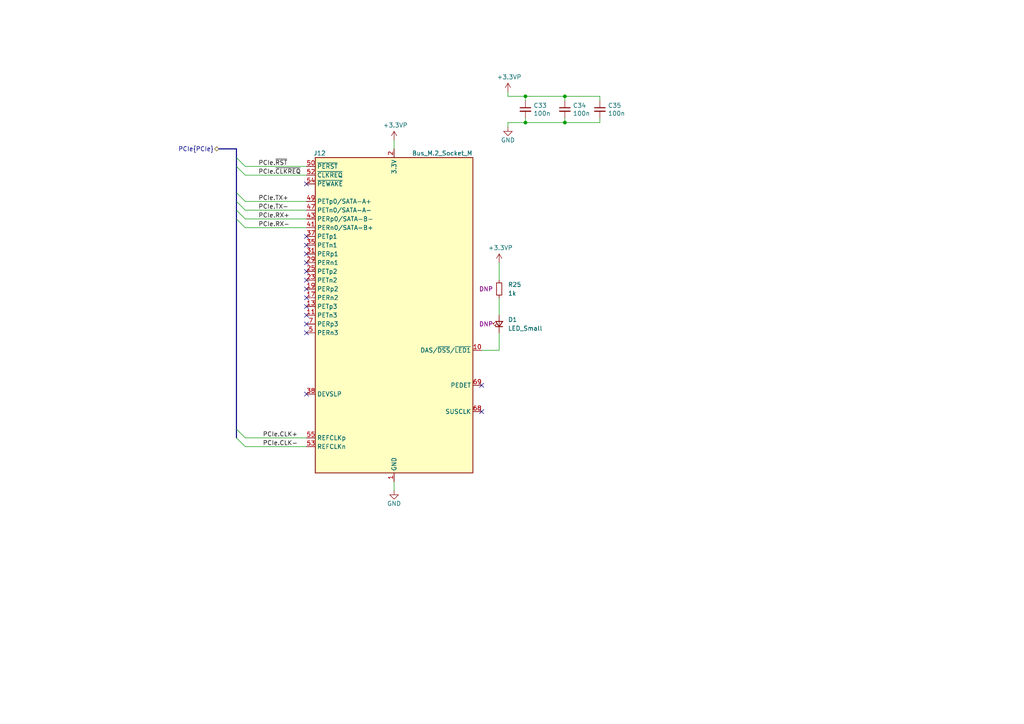
<source format=kicad_sch>
(kicad_sch (version 20211123) (generator eeschema)
  (paper "A4")
  (title_block (title "PCIe slot") (date "2021-08-30") (rev "proto1") (company "Nabu Casa") (comment 1 "www.nabucasa.com") (comment 2 "Yellow"))
  (lib_symbols
    (symbol "Connector:Bus_M.2_Socket_M"
      (property "Reference" "J" (at -22.86 46.99 0))
      (property "Value" "Bus_M.2_Socket_M" (at 16.51 46.99 0))
      (symbol "Bus_M.2_Socket_M_0_1"
        (rectangle (start -22.86 45.72) (end 22.86 -45.72) (stroke (width 0.254)) (fill (type background)))
      )
      (symbol "Bus_M.2_Socket_M_1_1"
        (pin power_in line (at 0 -48.26 90) (length 2.54) (name "GND") (number "1"))
        (pin bidirectional line (at 25.4 -10.16 180) (length 2.54) (name "DAS/~{DSS}/~{LED1}") (number "10"))
        (pin output line (at -25.4 0 0) (length 2.54) (name "PETn3") (number "11"))
        (pin passive line (at 0 48.26 270) (length 2.54) hide (name "3.3V") (number "12"))
        (pin output line (at -25.4 2.54 0) (length 2.54) (name "PETp3") (number "13"))
        (pin passive line (at 0 48.26 270) (length 2.54) hide (name "3.3V") (number "14"))
        (pin passive line (at 0 -48.26 90) (length 2.54) hide (name "GND") (number "15"))
        (pin passive line (at 0 48.26 270) (length 2.54) hide (name "3.3V") (number "16"))
        (pin input line (at -25.4 5.08 0) (length 2.54) (name "PERn2") (number "17"))
        (pin passive line (at 0 48.26 270) (length 2.54) hide (name "3.3V") (number "18"))
        (pin input line (at -25.4 7.62 0) (length 2.54) (name "PERp2") (number "19"))
        (pin power_in line (at 0 48.26 270) (length 2.54) (name "3.3V") (number "2"))
        (pin no_connect line (at 22.86 2.54 180) (length 2.54) hide (name "NC") (number "20"))
        (pin passive line (at 0 -48.26 90) (length 2.54) hide (name "GND") (number "21"))
        (pin no_connect line (at 22.86 5.08 180) (length 2.54) hide (name "NC") (number "22"))
        (pin output line (at -25.4 10.16 0) (length 2.54) (name "PETn2") (number "23"))
        (pin no_connect line (at 22.86 7.62 180) (length 2.54) hide (name "NC") (number "24"))
        (pin output line (at -25.4 12.7 0) (length 2.54) (name "PETp2") (number "25"))
        (pin no_connect line (at 22.86 10.16 180) (length 2.54) hide (name "NC") (number "26"))
        (pin passive line (at 0 -48.26 90) (length 2.54) hide (name "GND") (number "27"))
        (pin no_connect line (at 22.86 12.7 180) (length 2.54) hide (name "NC") (number "28"))
        (pin input line (at -25.4 15.24 0) (length 2.54) (name "PERn1") (number "29"))
        (pin passive line (at 0 -48.26 90) (length 2.54) hide (name "GND") (number "3"))
        (pin no_connect line (at 22.86 15.24 180) (length 2.54) hide (name "NC") (number "30"))
        (pin input line (at -25.4 17.78 0) (length 2.54) (name "PERp1") (number "31"))
        (pin no_connect line (at 22.86 17.78 180) (length 2.54) hide (name "NC") (number "32"))
        (pin passive line (at 0 -48.26 90) (length 2.54) hide (name "GND") (number "33"))
        (pin no_connect line (at 22.86 20.32 180) (length 2.54) hide (name "NC") (number "34"))
        (pin output line (at -25.4 20.32 0) (length 2.54) (name "PETn1") (number "35"))
        (pin no_connect line (at 22.86 22.86 180) (length 2.54) hide (name "NC") (number "36"))
        (pin output line (at -25.4 22.86 0) (length 2.54) (name "PETp1") (number "37"))
        (pin output line (at -25.4 -22.86 0) (length 2.54) (name "DEVSLP") (number "38"))
        (pin passive line (at 0 -48.26 90) (length 2.54) hide (name "GND") (number "39"))
        (pin passive line (at 0 48.26 270) (length 2.54) hide (name "3.3V") (number "4"))
        (pin no_connect line (at 22.86 25.4 180) (length 2.54) hide (name "NC") (number "40"))
        (pin input line (at -25.4 25.4 0) (length 2.54) (name "PERn0/SATA-B+") (number "41"))
        (pin no_connect line (at 22.86 27.94 180) (length 2.54) hide (name "NC") (number "42"))
        (pin input line (at -25.4 27.94 0) (length 2.54) (name "PERp0/SATA-B-") (number "43"))
        (pin no_connect line (at 22.86 30.48 180) (length 2.54) hide (name "NC") (number "44"))
        (pin passive line (at 0 -48.26 90) (length 2.54) hide (name "GND") (number "45"))
        (pin no_connect line (at 22.86 33.02 180) (length 2.54) hide (name "NC") (number "46"))
        (pin output line (at -25.4 30.48 0) (length 2.54) (name "PETn0/SATA-A-") (number "47"))
        (pin no_connect line (at 22.86 35.56 180) (length 2.54) hide (name "NC") (number "48"))
        (pin output line (at -25.4 33.02 0) (length 2.54) (name "PETp0/SATA-A+") (number "49"))
        (pin input line (at -25.4 -5.08 0) (length 2.54) (name "PERn3") (number "5"))
        (pin output line (at -25.4 43.18 0) (length 2.54) (name "~{PERST}") (number "50"))
        (pin passive line (at 0 -48.26 90) (length 2.54) hide (name "GND") (number "51"))
        (pin bidirectional line (at -25.4 40.64 0) (length 2.54) (name "~{CLKREQ}") (number "52"))
        (pin output line (at -25.4 -38.1 0) (length 2.54) (name "REFCLKn") (number "53"))
        (pin bidirectional line (at -25.4 38.1 0) (length 2.54) (name "~{PEWAKE}") (number "54"))
        (pin output line (at -25.4 -35.56 0) (length 2.54) (name "REFCLKp") (number "55"))
        (pin no_connect line (at 22.86 38.1 180) (length 2.54) hide (name "NC") (number "56"))
        (pin passive line (at 0 -48.26 90) (length 2.54) hide (name "GND") (number "57"))
        (pin no_connect line (at 22.86 40.64 180) (length 2.54) hide (name "NC") (number "58"))
        (pin no_connect line (at 22.86 -2.54 180) (length 2.54) hide (name "NC") (number "6"))
        (pin no_connect line (at 22.86 -5.08 180) (length 2.54) hide (name "NC") (number "67"))
        (pin output line (at 25.4 -27.94 180) (length 2.54) (name "SUSCLK") (number "68"))
        (pin passive line (at 25.4 -20.32 180) (length 2.54) (name "PEDET") (number "69"))
        (pin input line (at -25.4 -2.54 0) (length 2.54) (name "PERp3") (number "7"))
        (pin passive line (at 0 48.26 270) (length 2.54) hide (name "3.3V") (number "70"))
        (pin passive line (at 0 -48.26 90) (length 2.54) hide (name "GND") (number "71"))
        (pin passive line (at 0 48.26 270) (length 2.54) hide (name "3.3V") (number "72"))
        (pin passive line (at 0 -48.26 90) (length 2.54) hide (name "GND") (number "73"))
        (pin passive line (at 0 48.26 270) (length 2.54) hide (name "3.3V") (number "74"))
        (pin passive line (at 0 -48.26 90) (length 2.54) hide (name "GND") (number "75"))
        (pin no_connect line (at 22.86 0 180) (length 2.54) hide (name "NC") (number "8"))
        (pin passive line (at 0 -48.26 90) (length 2.54) hide (name "GND") (number "9"))
      )
    )
    (symbol "Device:C_Small" (pin_numbers hide) (pin_names (offset 0.254) hide)
      (property "Reference" "C" (at 0.254 1.778 0))
      (property "Value" "C_Small" (at 0.254 -2.032 0))
      (symbol "C_Small_0_1"
        (polyline (pts (xy -1.524 -0.508) (xy 1.524 -0.508)) (stroke (width 0.3302)))
        (polyline (pts (xy -1.524 0.508) (xy 1.524 0.508)) (stroke (width 0.3048)))
      )
      (symbol "C_Small_1_1"
        (pin passive line (at 0 2.54 270) (length 2.032) (name "~") (number "1"))
        (pin passive line (at 0 -2.54 90) (length 2.032) (name "~") (number "2"))
      )
    )
    (symbol "Device:LED_Small" (pin_numbers hide) (pin_names (offset 0.254) hide)
      (property "Reference" "D" (at -1.27 3.175 0))
      (property "Value" "LED_Small" (at -4.445 -2.54 0))
      (symbol "LED_Small_0_1"
        (polyline (pts (xy -0.762 -1.016) (xy -0.762 1.016)) (stroke (width 0.254)))
        (polyline (pts (xy 1.016 0) (xy -0.762 0)))
        (polyline (pts (xy 0.762 -1.016) (xy -0.762 0) (xy 0.762 1.016) (xy 0.762 -1.016)) (stroke (width 0.254)))
        (polyline (pts (xy 0 0.762) (xy -0.508 1.27) (xy -0.254 1.27) (xy -0.508 1.27) (xy -0.508 1.016)))
        (polyline (pts (xy 0.508 1.27) (xy 0 1.778) (xy 0.254 1.778) (xy 0 1.778) (xy 0 1.524)))
      )
      (symbol "LED_Small_1_1"
        (pin passive line (at -2.54 0 0) (length 1.778) (name "K") (number "1"))
        (pin passive line (at 2.54 0 180) (length 1.778) (name "A") (number "2"))
      )
    )
    (symbol "Device:R_Small" (pin_numbers hide) (pin_names (offset 0.254) hide)
      (property "Reference" "R" (at 0.762 0.508 0))
      (property "Value" "R_Small" (at 0.762 -1.016 0))
      (symbol "R_Small_0_1"
        (rectangle (start -0.762 1.778) (end 0.762 -1.778) (stroke (width 0.2032)))
      )
      (symbol "R_Small_1_1"
        (pin passive line (at 0 2.54 270) (length 0.762) (name "~") (number "1"))
        (pin passive line (at 0 -2.54 90) (length 0.762) (name "~") (number "2"))
      )
    )
    (symbol "power:+3.3VP" (power) (pin_names (offset 0))
      (property "Value" "+3.3VP" (at 0 2.54 0))
      (symbol "+3.3VP_0_0"
        (pin power_in line (at 0 0 90) (length 0) hide (name "+3.3VP") (number "1"))
      )
      (symbol "+3.3VP_0_1"
        (polyline (pts (xy -0.762 1.27) (xy 0 2.54)))
        (polyline (pts (xy 0 0) (xy 0 2.54)))
        (polyline (pts (xy 0 2.54) (xy 0.762 1.27)))
      )
    )
    (symbol "power:GND" (power) (pin_names (offset 0))
      (property "Value" "GND" (at 0 -3.81 0))
      (symbol "GND_0_1"
        (polyline (pts (xy 0 0) (xy 0 -1.27) (xy 1.27 -1.27) (xy 0 -2.54) (xy -1.27 -1.27) (xy 0 -1.27)))
      )
      (symbol "GND_1_1"
        (pin power_in line (at 0 0 270) (length 0) hide (name "GND") (number "1"))
      )
    )
  )
  (junction (at 152.4 35.56) (diameter 0.9144))
  (junction (at 152.4 27.94) (diameter 0.9144))
  (junction (at 163.83 27.94) (diameter 0.9144))
  (junction (at 163.83 35.56) (diameter 0.9144))
  (no_connect (at 88.9 114.3))
  (no_connect (at 139.7 111.76))
  (no_connect (at 88.9 91.44))
  (no_connect (at 139.7 119.38))
  (no_connect (at 88.9 96.52))
  (no_connect (at 88.9 76.2))
  (no_connect (at 88.9 88.9))
  (no_connect (at 88.9 71.12))
  (no_connect (at 88.9 78.74))
  (no_connect (at 88.9 68.58))
  (no_connect (at 88.9 93.98))
  (no_connect (at 88.9 86.36))
  (no_connect (at 88.9 83.82))
  (no_connect (at 88.9 81.28))
  (no_connect (at 88.9 73.66))
  (no_connect (at 88.9 53.34))
  (bus_entry (at 68.58 45.72) (size 2.54 2.54) (stroke (width 0.1524)))
  (bus_entry (at 68.58 63.5) (size 2.54 2.54) (stroke (width 0.1524)))
  (bus_entry (at 68.58 127) (size 2.54 2.54) (stroke (width 0.1524)))
  (bus_entry (at 68.58 124.46) (size 2.54 2.54) (stroke (width 0.1524)))
  (bus_entry (at 68.58 60.96) (size 2.54 2.54) (stroke (width 0.1524)))
  (bus_entry (at 68.58 58.42) (size 2.54 2.54) (stroke (width 0.1524)))
  (bus_entry (at 68.58 55.88) (size 2.54 2.54) (stroke (width 0.1524)))
  (bus_entry (at 68.58 48.26) (size 2.54 2.54) (stroke (width 0.1524)))
  (wire (pts (xy 163.83 34.29) (xy 163.83 35.56)))
  (wire (pts (xy 173.99 27.94) (xy 173.99 29.21)))
  (wire (pts (xy 163.83 27.94) (xy 163.83 29.21)))
  (wire (pts (xy 147.32 35.56) (xy 147.32 36.83)))
  (wire (pts (xy 144.78 96.52) (xy 144.78 101.6)))
  (wire (pts (xy 147.32 26.67) (xy 147.32 27.94)))
  (wire (pts (xy 71.12 58.42) (xy 88.9 58.42)))
  (wire (pts (xy 152.4 27.94) (xy 152.4 29.21)))
  (wire (pts (xy 147.32 27.94) (xy 152.4 27.94)))
  (wire (pts (xy 71.12 60.96) (xy 88.9 60.96)))
  (wire (pts (xy 139.7 101.6) (xy 144.78 101.6)))
  (wire (pts (xy 71.12 66.04) (xy 88.9 66.04)))
  (wire (pts (xy 71.12 127) (xy 88.9 127)))
  (wire (pts (xy 152.4 27.94) (xy 163.83 27.94)))
  (wire (pts (xy 163.83 27.94) (xy 173.99 27.94)))
  (bus (pts (xy 63.5 43.18) (xy 68.58 43.18)))
  (wire (pts (xy 144.78 86.36) (xy 144.78 91.44)))
  (wire (pts (xy 173.99 34.29) (xy 173.99 35.56)))
  (wire (pts (xy 152.4 34.29) (xy 152.4 35.56)))
  (wire (pts (xy 71.12 63.5) (xy 88.9 63.5)))
  (wire (pts (xy 114.3 139.7) (xy 114.3 142.24)))
  (wire (pts (xy 147.32 35.56) (xy 152.4 35.56)))
  (wire (pts (xy 71.12 129.54) (xy 88.9 129.54)))
  (wire (pts (xy 163.83 35.56) (xy 173.99 35.56)))
  (wire (pts (xy 152.4 35.56) (xy 163.83 35.56)))
  (wire (pts (xy 144.78 76.2) (xy 144.78 81.28)))
  (wire (pts (xy 114.3 40.64) (xy 114.3 43.18)))
  (bus (pts (xy 68.58 55.88) (xy 68.58 58.42)))
  (bus (pts (xy 68.58 58.42) (xy 68.58 60.96)))
  (bus (pts (xy 68.58 60.96) (xy 68.58 63.5)))
  (bus (pts (xy 68.58 43.18) (xy 68.58 45.72)))
  (bus (pts (xy 68.58 45.72) (xy 68.58 48.26)))
  (bus (pts (xy 68.58 48.26) (xy 68.58 55.88)))
  (bus (pts (xy 68.58 63.5) (xy 68.58 124.46)))
  (bus (pts (xy 68.58 124.46) (xy 68.58 127)))
  (wire (pts (xy 71.12 48.26) (xy 88.9 48.26)))
  (wire (pts (xy 71.12 50.8) (xy 88.9 50.8)))
  (label "PCIe.CLK-" (at 76.2 129.54 0))
  (label "PCIe.~{CLKREQ}" (at 74.93 50.8 0))
  (label "PCIe.RX-" (at 74.93 66.04 0))
  (label "PCIe.RX+" (at 74.93 63.5 0))
  (label "PCIe.TX-" (at 74.93 60.96 0))
  (label "PCIe.~{RST}" (at 74.93 48.26 0))
  (label "PCIe.TX+" (at 74.93 58.42 0))
  (label "PCIe.CLK+" (at 76.2 127 0))
  (hierarchical_label "PCIe{PCIe}" (shape bidirectional) (at 63.5 43.18 180))
  (symbol (lib_id "Device:C_Small") (at 152.4 31.75 0) (unit 1)
    (property "Reference" "C33" (at 154.7242 30.6006 0) (effects (justify left)))
    (property "Value" "100n" (at 154.724 32.899 0) (effects (justify left)))
    (property "Footprint" "Capacitor_SMD:C_0402_1005Metric" (effects hide))
  )
  (symbol (lib_id "Device:C_Small") (at 163.83 31.75 0) (unit 1)
    (property "Reference" "C34" (at 166.1542 30.6006 0) (effects (justify left)))
    (property "Value" "100n" (at 166.154 32.899 0) (effects (justify left)))
    (property "Footprint" "Capacitor_SMD:C_0402_1005Metric" (effects hide))
  )
  (symbol (lib_id "Connector:Bus_M.2_Socket_M") (at 114.3 91.44 0) (unit 1)
    (property "Reference" "J12" (at 92.71 44.45 0))
    (property "Value" "Bus_M.2_Socket_M" (at 128.27 44.45 0))
    (property "Footprint" "Yellow:TE_1-2199230-3_Bus_M.2_M_H4.2mm_P0.5mm_2280_Horizontal" (effects hide))
    (property "Datasheet" "http://read.pudn.com/downloads794/doc/project/3133918/PCIe_M.2_Electromechanical_Spec_Rev1.0_Final_11012013_RS_Clean.pdf#page=155" (effects hide))
    (property "Manufacturer" "TE" (effects hide))
    (property "PartNumber" "1-2199119-5" (effects hide))
  )
  (symbol (lib_id "Device:LED_Small") (at 144.78 93.98 90) (unit 1)
    (property "Reference" "D1" (at 147.32 92.71 90) (effects (justify right)))
    (property "Value" "LED_Small" (at 147.32 95.25 90) (effects (justify right)))
    (property "Footprint" "LED_SMD:LED_0603_1608Metric" (effects hide))
    (property "Config" "DNP" (at 140.97 93.98 90))
    (property "Manufacturer" "Lite-On" (effects hide))
    (property "PartNumber" "LTST-C191TBKT" (effects hide))
  )
  (symbol (lib_id "power:+3.3VP") (at 147.32 26.67 0) (unit 1)
    (property "Reference" "#PWR093" (effects hide))
    (property "Value" "+3.3VP" (at 147.6883 22.3456 0))
  )
  (symbol (lib_id "Device:C_Small") (at 173.99 31.75 0) (unit 1)
    (property "Reference" "C35" (at 176.3142 30.6006 0) (effects (justify left)))
    (property "Value" "100n" (at 176.314 32.899 0) (effects (justify left)))
    (property "Footprint" "Capacitor_SMD:C_0402_1005Metric" (effects hide))
  )
  (symbol (lib_id "Device:R_Small") (at 144.78 83.82 0) (unit 1)
    (property "Reference" "R25" (at 147.32 82.55 0) (effects (justify left)))
    (property "Value" "1k" (at 147.32 85.09 0) (effects (justify left)))
    (property "Footprint" "Resistor_SMD:R_0402_1005Metric" (effects hide))
    (property "Config" "DNP" (at 140.97 83.82 0))
  )
  (symbol (lib_id "power:GND") (at 147.32 36.83 0) (unit 1)
    (property "Reference" "#PWR094" (effects hide))
    (property "Value" "GND" (at 147.32 40.64 0))
  )
  (symbol (lib_id "power:+3.3VP") (at 114.3 40.64 0) (unit 1)
    (property "Reference" "#PWR090" (effects hide))
    (property "Value" "+3.3VP" (at 114.6683 36.3156 0))
  )
  (symbol (lib_id "power:+3.3VP") (at 144.78 76.2 0) (unit 1)
    (property "Reference" "#PWR092" (effects hide))
    (property "Value" "+3.3VP" (at 145.1483 71.8756 0))
  )
  (symbol (lib_id "power:GND") (at 114.3 142.24 0) (unit 1)
    (property "Reference" "#PWR091" (effects hide))
    (property "Value" "GND" (at 114.3 146.05 0))
  )
)
</source>
